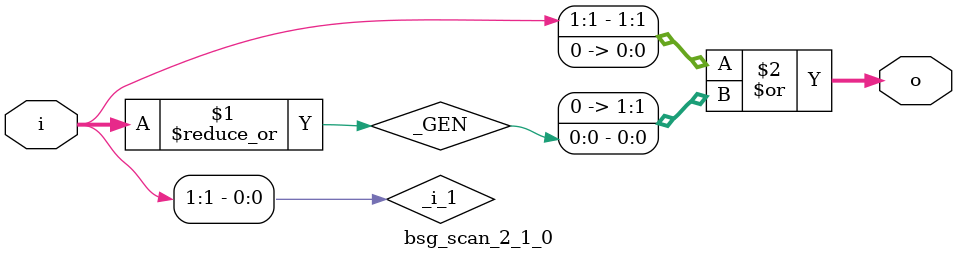
<source format=v>
module bsg_scan_2_1_0(	// file.cleaned.mlir:2:3
  input  [1:0] i,	// file.cleaned.mlir:2:32
  output [1:0] o	// file.cleaned.mlir:2:45
);

  wire _GEN;	// file.cleaned.mlir:9:10
  wire _i_1;	// file.cleaned.mlir:8:10
  assign _i_1 = i[1];	// file.cleaned.mlir:8:10
  assign _GEN = |i;	// file.cleaned.mlir:9:10
  assign o = {_i_1, 1'h0} | {1'h0, _GEN};	// file.cleaned.mlir:4:14, :5:10, :6:10, :7:10, :8:10, :9:10, :10:5
endmodule


</source>
